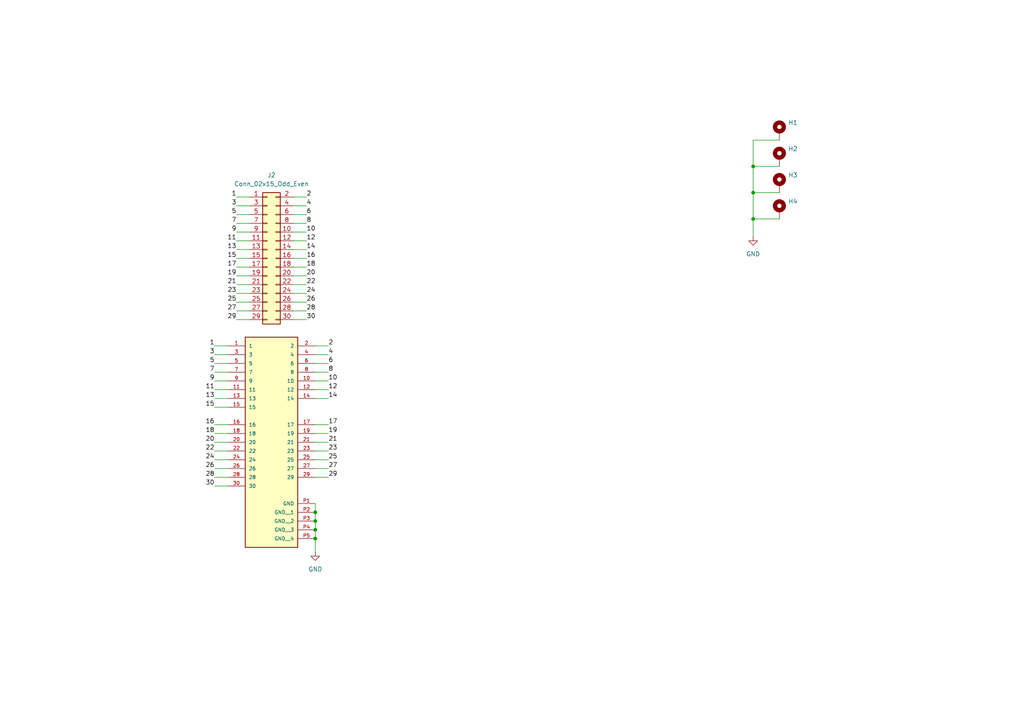
<source format=kicad_sch>
(kicad_sch (version 20230121) (generator eeschema)

  (uuid 79d8969d-db35-413a-942a-b2e023816323)

  (paper "A4")

  (lib_symbols
    (symbol "Connector_Generic:Conn_02x15_Odd_Even" (pin_names (offset 1.016) hide) (in_bom yes) (on_board yes)
      (property "Reference" "J" (at 1.27 20.32 0)
        (effects (font (size 1.27 1.27)))
      )
      (property "Value" "Conn_02x15_Odd_Even" (at 1.27 -20.32 0)
        (effects (font (size 1.27 1.27)))
      )
      (property "Footprint" "" (at 0 0 0)
        (effects (font (size 1.27 1.27)) hide)
      )
      (property "Datasheet" "~" (at 0 0 0)
        (effects (font (size 1.27 1.27)) hide)
      )
      (property "ki_keywords" "connector" (at 0 0 0)
        (effects (font (size 1.27 1.27)) hide)
      )
      (property "ki_description" "Generic connector, double row, 02x15, odd/even pin numbering scheme (row 1 odd numbers, row 2 even numbers), script generated (kicad-library-utils/schlib/autogen/connector/)" (at 0 0 0)
        (effects (font (size 1.27 1.27)) hide)
      )
      (property "ki_fp_filters" "Connector*:*_2x??_*" (at 0 0 0)
        (effects (font (size 1.27 1.27)) hide)
      )
      (symbol "Conn_02x15_Odd_Even_1_1"
        (rectangle (start -1.27 -17.653) (end 0 -17.907)
          (stroke (width 0.1524) (type default))
          (fill (type none))
        )
        (rectangle (start -1.27 -15.113) (end 0 -15.367)
          (stroke (width 0.1524) (type default))
          (fill (type none))
        )
        (rectangle (start -1.27 -12.573) (end 0 -12.827)
          (stroke (width 0.1524) (type default))
          (fill (type none))
        )
        (rectangle (start -1.27 -10.033) (end 0 -10.287)
          (stroke (width 0.1524) (type default))
          (fill (type none))
        )
        (rectangle (start -1.27 -7.493) (end 0 -7.747)
          (stroke (width 0.1524) (type default))
          (fill (type none))
        )
        (rectangle (start -1.27 -4.953) (end 0 -5.207)
          (stroke (width 0.1524) (type default))
          (fill (type none))
        )
        (rectangle (start -1.27 -2.413) (end 0 -2.667)
          (stroke (width 0.1524) (type default))
          (fill (type none))
        )
        (rectangle (start -1.27 0.127) (end 0 -0.127)
          (stroke (width 0.1524) (type default))
          (fill (type none))
        )
        (rectangle (start -1.27 2.667) (end 0 2.413)
          (stroke (width 0.1524) (type default))
          (fill (type none))
        )
        (rectangle (start -1.27 5.207) (end 0 4.953)
          (stroke (width 0.1524) (type default))
          (fill (type none))
        )
        (rectangle (start -1.27 7.747) (end 0 7.493)
          (stroke (width 0.1524) (type default))
          (fill (type none))
        )
        (rectangle (start -1.27 10.287) (end 0 10.033)
          (stroke (width 0.1524) (type default))
          (fill (type none))
        )
        (rectangle (start -1.27 12.827) (end 0 12.573)
          (stroke (width 0.1524) (type default))
          (fill (type none))
        )
        (rectangle (start -1.27 15.367) (end 0 15.113)
          (stroke (width 0.1524) (type default))
          (fill (type none))
        )
        (rectangle (start -1.27 17.907) (end 0 17.653)
          (stroke (width 0.1524) (type default))
          (fill (type none))
        )
        (rectangle (start -1.27 19.05) (end 3.81 -19.05)
          (stroke (width 0.254) (type default))
          (fill (type background))
        )
        (rectangle (start 3.81 -17.653) (end 2.54 -17.907)
          (stroke (width 0.1524) (type default))
          (fill (type none))
        )
        (rectangle (start 3.81 -15.113) (end 2.54 -15.367)
          (stroke (width 0.1524) (type default))
          (fill (type none))
        )
        (rectangle (start 3.81 -12.573) (end 2.54 -12.827)
          (stroke (width 0.1524) (type default))
          (fill (type none))
        )
        (rectangle (start 3.81 -10.033) (end 2.54 -10.287)
          (stroke (width 0.1524) (type default))
          (fill (type none))
        )
        (rectangle (start 3.81 -7.493) (end 2.54 -7.747)
          (stroke (width 0.1524) (type default))
          (fill (type none))
        )
        (rectangle (start 3.81 -4.953) (end 2.54 -5.207)
          (stroke (width 0.1524) (type default))
          (fill (type none))
        )
        (rectangle (start 3.81 -2.413) (end 2.54 -2.667)
          (stroke (width 0.1524) (type default))
          (fill (type none))
        )
        (rectangle (start 3.81 0.127) (end 2.54 -0.127)
          (stroke (width 0.1524) (type default))
          (fill (type none))
        )
        (rectangle (start 3.81 2.667) (end 2.54 2.413)
          (stroke (width 0.1524) (type default))
          (fill (type none))
        )
        (rectangle (start 3.81 5.207) (end 2.54 4.953)
          (stroke (width 0.1524) (type default))
          (fill (type none))
        )
        (rectangle (start 3.81 7.747) (end 2.54 7.493)
          (stroke (width 0.1524) (type default))
          (fill (type none))
        )
        (rectangle (start 3.81 10.287) (end 2.54 10.033)
          (stroke (width 0.1524) (type default))
          (fill (type none))
        )
        (rectangle (start 3.81 12.827) (end 2.54 12.573)
          (stroke (width 0.1524) (type default))
          (fill (type none))
        )
        (rectangle (start 3.81 15.367) (end 2.54 15.113)
          (stroke (width 0.1524) (type default))
          (fill (type none))
        )
        (rectangle (start 3.81 17.907) (end 2.54 17.653)
          (stroke (width 0.1524) (type default))
          (fill (type none))
        )
        (pin passive line (at -5.08 17.78 0) (length 3.81)
          (name "Pin_1" (effects (font (size 1.27 1.27))))
          (number "1" (effects (font (size 1.27 1.27))))
        )
        (pin passive line (at 7.62 7.62 180) (length 3.81)
          (name "Pin_10" (effects (font (size 1.27 1.27))))
          (number "10" (effects (font (size 1.27 1.27))))
        )
        (pin passive line (at -5.08 5.08 0) (length 3.81)
          (name "Pin_11" (effects (font (size 1.27 1.27))))
          (number "11" (effects (font (size 1.27 1.27))))
        )
        (pin passive line (at 7.62 5.08 180) (length 3.81)
          (name "Pin_12" (effects (font (size 1.27 1.27))))
          (number "12" (effects (font (size 1.27 1.27))))
        )
        (pin passive line (at -5.08 2.54 0) (length 3.81)
          (name "Pin_13" (effects (font (size 1.27 1.27))))
          (number "13" (effects (font (size 1.27 1.27))))
        )
        (pin passive line (at 7.62 2.54 180) (length 3.81)
          (name "Pin_14" (effects (font (size 1.27 1.27))))
          (number "14" (effects (font (size 1.27 1.27))))
        )
        (pin passive line (at -5.08 0 0) (length 3.81)
          (name "Pin_15" (effects (font (size 1.27 1.27))))
          (number "15" (effects (font (size 1.27 1.27))))
        )
        (pin passive line (at 7.62 0 180) (length 3.81)
          (name "Pin_16" (effects (font (size 1.27 1.27))))
          (number "16" (effects (font (size 1.27 1.27))))
        )
        (pin passive line (at -5.08 -2.54 0) (length 3.81)
          (name "Pin_17" (effects (font (size 1.27 1.27))))
          (number "17" (effects (font (size 1.27 1.27))))
        )
        (pin passive line (at 7.62 -2.54 180) (length 3.81)
          (name "Pin_18" (effects (font (size 1.27 1.27))))
          (number "18" (effects (font (size 1.27 1.27))))
        )
        (pin passive line (at -5.08 -5.08 0) (length 3.81)
          (name "Pin_19" (effects (font (size 1.27 1.27))))
          (number "19" (effects (font (size 1.27 1.27))))
        )
        (pin passive line (at 7.62 17.78 180) (length 3.81)
          (name "Pin_2" (effects (font (size 1.27 1.27))))
          (number "2" (effects (font (size 1.27 1.27))))
        )
        (pin passive line (at 7.62 -5.08 180) (length 3.81)
          (name "Pin_20" (effects (font (size 1.27 1.27))))
          (number "20" (effects (font (size 1.27 1.27))))
        )
        (pin passive line (at -5.08 -7.62 0) (length 3.81)
          (name "Pin_21" (effects (font (size 1.27 1.27))))
          (number "21" (effects (font (size 1.27 1.27))))
        )
        (pin passive line (at 7.62 -7.62 180) (length 3.81)
          (name "Pin_22" (effects (font (size 1.27 1.27))))
          (number "22" (effects (font (size 1.27 1.27))))
        )
        (pin passive line (at -5.08 -10.16 0) (length 3.81)
          (name "Pin_23" (effects (font (size 1.27 1.27))))
          (number "23" (effects (font (size 1.27 1.27))))
        )
        (pin passive line (at 7.62 -10.16 180) (length 3.81)
          (name "Pin_24" (effects (font (size 1.27 1.27))))
          (number "24" (effects (font (size 1.27 1.27))))
        )
        (pin passive line (at -5.08 -12.7 0) (length 3.81)
          (name "Pin_25" (effects (font (size 1.27 1.27))))
          (number "25" (effects (font (size 1.27 1.27))))
        )
        (pin passive line (at 7.62 -12.7 180) (length 3.81)
          (name "Pin_26" (effects (font (size 1.27 1.27))))
          (number "26" (effects (font (size 1.27 1.27))))
        )
        (pin passive line (at -5.08 -15.24 0) (length 3.81)
          (name "Pin_27" (effects (font (size 1.27 1.27))))
          (number "27" (effects (font (size 1.27 1.27))))
        )
        (pin passive line (at 7.62 -15.24 180) (length 3.81)
          (name "Pin_28" (effects (font (size 1.27 1.27))))
          (number "28" (effects (font (size 1.27 1.27))))
        )
        (pin passive line (at -5.08 -17.78 0) (length 3.81)
          (name "Pin_29" (effects (font (size 1.27 1.27))))
          (number "29" (effects (font (size 1.27 1.27))))
        )
        (pin passive line (at -5.08 15.24 0) (length 3.81)
          (name "Pin_3" (effects (font (size 1.27 1.27))))
          (number "3" (effects (font (size 1.27 1.27))))
        )
        (pin passive line (at 7.62 -17.78 180) (length 3.81)
          (name "Pin_30" (effects (font (size 1.27 1.27))))
          (number "30" (effects (font (size 1.27 1.27))))
        )
        (pin passive line (at 7.62 15.24 180) (length 3.81)
          (name "Pin_4" (effects (font (size 1.27 1.27))))
          (number "4" (effects (font (size 1.27 1.27))))
        )
        (pin passive line (at -5.08 12.7 0) (length 3.81)
          (name "Pin_5" (effects (font (size 1.27 1.27))))
          (number "5" (effects (font (size 1.27 1.27))))
        )
        (pin passive line (at 7.62 12.7 180) (length 3.81)
          (name "Pin_6" (effects (font (size 1.27 1.27))))
          (number "6" (effects (font (size 1.27 1.27))))
        )
        (pin passive line (at -5.08 10.16 0) (length 3.81)
          (name "Pin_7" (effects (font (size 1.27 1.27))))
          (number "7" (effects (font (size 1.27 1.27))))
        )
        (pin passive line (at 7.62 10.16 180) (length 3.81)
          (name "Pin_8" (effects (font (size 1.27 1.27))))
          (number "8" (effects (font (size 1.27 1.27))))
        )
        (pin passive line (at -5.08 7.62 0) (length 3.81)
          (name "Pin_9" (effects (font (size 1.27 1.27))))
          (number "9" (effects (font (size 1.27 1.27))))
        )
      )
    )
    (symbol "DF56C-30S-0.3V_51_:DF56C-30S-0.3V_51_" (pin_names (offset 1.016)) (in_bom yes) (on_board yes)
      (property "Reference" "J" (at -7.62 25.4 0)
        (effects (font (size 1.27 1.27)) (justify left bottom))
      )
      (property "Value" "DF56C-30S-0.3V_51_" (at -7.62 -38.1 0)
        (effects (font (size 1.27 1.27)) (justify left bottom))
      )
      (property "Footprint" "DF56C-30S-0.3V_51_:HRS_DF56C-30S-0.3V_51_" (at 0 0 0)
        (effects (font (size 1.27 1.27)) (justify bottom) hide)
      )
      (property "Datasheet" "" (at 0 0 0)
        (effects (font (size 1.27 1.27)) hide)
      )
      (property "PARTREV" "JAN 2019" (at 0 0 0)
        (effects (font (size 1.27 1.27)) (justify bottom) hide)
      )
      (property "MANUFACTURER" "HRS Inc" (at 0 0 0)
        (effects (font (size 1.27 1.27)) (justify bottom) hide)
      )
      (property "STANDARD" "Manufacturer Recommendations" (at 0 0 0)
        (effects (font (size 1.27 1.27)) (justify bottom) hide)
      )
      (symbol "DF56C-30S-0.3V_51__0_0"
        (rectangle (start -7.62 -35.56) (end 7.62 25.4)
          (stroke (width 0.254) (type default))
          (fill (type background))
        )
        (pin passive line (at -12.7 22.86 0) (length 5.08)
          (name "1" (effects (font (size 1.016 1.016))))
          (number "1" (effects (font (size 1.016 1.016))))
        )
        (pin passive line (at 12.7 12.7 180) (length 5.08)
          (name "10" (effects (font (size 1.016 1.016))))
          (number "10" (effects (font (size 1.016 1.016))))
        )
        (pin passive line (at -12.7 10.16 0) (length 5.08)
          (name "11" (effects (font (size 1.016 1.016))))
          (number "11" (effects (font (size 1.016 1.016))))
        )
        (pin passive line (at 12.7 10.16 180) (length 5.08)
          (name "12" (effects (font (size 1.016 1.016))))
          (number "12" (effects (font (size 1.016 1.016))))
        )
        (pin passive line (at -12.7 7.62 0) (length 5.08)
          (name "13" (effects (font (size 1.016 1.016))))
          (number "13" (effects (font (size 1.016 1.016))))
        )
        (pin passive line (at 12.7 7.62 180) (length 5.08)
          (name "14" (effects (font (size 1.016 1.016))))
          (number "14" (effects (font (size 1.016 1.016))))
        )
        (pin passive line (at -12.7 5.08 0) (length 5.08)
          (name "15" (effects (font (size 1.016 1.016))))
          (number "15" (effects (font (size 1.016 1.016))))
        )
        (pin passive line (at -12.7 0 0) (length 5.08)
          (name "16" (effects (font (size 1.016 1.016))))
          (number "16" (effects (font (size 1.016 1.016))))
        )
        (pin passive line (at 12.7 0 180) (length 5.08)
          (name "17" (effects (font (size 1.016 1.016))))
          (number "17" (effects (font (size 1.016 1.016))))
        )
        (pin passive line (at -12.7 -2.54 0) (length 5.08)
          (name "18" (effects (font (size 1.016 1.016))))
          (number "18" (effects (font (size 1.016 1.016))))
        )
        (pin passive line (at 12.7 -2.54 180) (length 5.08)
          (name "19" (effects (font (size 1.016 1.016))))
          (number "19" (effects (font (size 1.016 1.016))))
        )
        (pin passive line (at 12.7 22.86 180) (length 5.08)
          (name "2" (effects (font (size 1.016 1.016))))
          (number "2" (effects (font (size 1.016 1.016))))
        )
        (pin passive line (at -12.7 -5.08 0) (length 5.08)
          (name "20" (effects (font (size 1.016 1.016))))
          (number "20" (effects (font (size 1.016 1.016))))
        )
        (pin passive line (at 12.7 -5.08 180) (length 5.08)
          (name "21" (effects (font (size 1.016 1.016))))
          (number "21" (effects (font (size 1.016 1.016))))
        )
        (pin passive line (at -12.7 -7.62 0) (length 5.08)
          (name "22" (effects (font (size 1.016 1.016))))
          (number "22" (effects (font (size 1.016 1.016))))
        )
        (pin passive line (at 12.7 -7.62 180) (length 5.08)
          (name "23" (effects (font (size 1.016 1.016))))
          (number "23" (effects (font (size 1.016 1.016))))
        )
        (pin passive line (at -12.7 -10.16 0) (length 5.08)
          (name "24" (effects (font (size 1.016 1.016))))
          (number "24" (effects (font (size 1.016 1.016))))
        )
        (pin passive line (at 12.7 -10.16 180) (length 5.08)
          (name "25" (effects (font (size 1.016 1.016))))
          (number "25" (effects (font (size 1.016 1.016))))
        )
        (pin passive line (at -12.7 -12.7 0) (length 5.08)
          (name "26" (effects (font (size 1.016 1.016))))
          (number "26" (effects (font (size 1.016 1.016))))
        )
        (pin passive line (at 12.7 -12.7 180) (length 5.08)
          (name "27" (effects (font (size 1.016 1.016))))
          (number "27" (effects (font (size 1.016 1.016))))
        )
        (pin passive line (at -12.7 -15.24 0) (length 5.08)
          (name "28" (effects (font (size 1.016 1.016))))
          (number "28" (effects (font (size 1.016 1.016))))
        )
        (pin passive line (at 12.7 -15.24 180) (length 5.08)
          (name "29" (effects (font (size 1.016 1.016))))
          (number "29" (effects (font (size 1.016 1.016))))
        )
        (pin passive line (at -12.7 20.32 0) (length 5.08)
          (name "3" (effects (font (size 1.016 1.016))))
          (number "3" (effects (font (size 1.016 1.016))))
        )
        (pin passive line (at -12.7 -17.78 0) (length 5.08)
          (name "30" (effects (font (size 1.016 1.016))))
          (number "30" (effects (font (size 1.016 1.016))))
        )
        (pin passive line (at 12.7 20.32 180) (length 5.08)
          (name "4" (effects (font (size 1.016 1.016))))
          (number "4" (effects (font (size 1.016 1.016))))
        )
        (pin passive line (at -12.7 17.78 0) (length 5.08)
          (name "5" (effects (font (size 1.016 1.016))))
          (number "5" (effects (font (size 1.016 1.016))))
        )
        (pin passive line (at 12.7 17.78 180) (length 5.08)
          (name "6" (effects (font (size 1.016 1.016))))
          (number "6" (effects (font (size 1.016 1.016))))
        )
        (pin passive line (at -12.7 15.24 0) (length 5.08)
          (name "7" (effects (font (size 1.016 1.016))))
          (number "7" (effects (font (size 1.016 1.016))))
        )
        (pin passive line (at 12.7 15.24 180) (length 5.08)
          (name "8" (effects (font (size 1.016 1.016))))
          (number "8" (effects (font (size 1.016 1.016))))
        )
        (pin passive line (at -12.7 12.7 0) (length 5.08)
          (name "9" (effects (font (size 1.016 1.016))))
          (number "9" (effects (font (size 1.016 1.016))))
        )
        (pin power_in line (at 12.7 -22.86 180) (length 5.08)
          (name "GND" (effects (font (size 1.016 1.016))))
          (number "P1" (effects (font (size 1.016 1.016))))
        )
        (pin power_in line (at 12.7 -25.4 180) (length 5.08)
          (name "GND__1" (effects (font (size 1.016 1.016))))
          (number "P2" (effects (font (size 1.016 1.016))))
        )
        (pin power_in line (at 12.7 -27.94 180) (length 5.08)
          (name "GND__2" (effects (font (size 1.016 1.016))))
          (number "P3" (effects (font (size 1.016 1.016))))
        )
        (pin power_in line (at 12.7 -30.48 180) (length 5.08)
          (name "GND__3" (effects (font (size 1.016 1.016))))
          (number "P4" (effects (font (size 1.016 1.016))))
        )
        (pin power_in line (at 12.7 -33.02 180) (length 5.08)
          (name "GND__4" (effects (font (size 1.016 1.016))))
          (number "P5" (effects (font (size 1.016 1.016))))
        )
      )
    )
    (symbol "Mechanical:MountingHole_Pad" (pin_numbers hide) (pin_names (offset 1.016) hide) (in_bom yes) (on_board yes)
      (property "Reference" "H" (at 0 6.35 0)
        (effects (font (size 1.27 1.27)))
      )
      (property "Value" "MountingHole_Pad" (at 0 4.445 0)
        (effects (font (size 1.27 1.27)))
      )
      (property "Footprint" "" (at 0 0 0)
        (effects (font (size 1.27 1.27)) hide)
      )
      (property "Datasheet" "~" (at 0 0 0)
        (effects (font (size 1.27 1.27)) hide)
      )
      (property "ki_keywords" "mounting hole" (at 0 0 0)
        (effects (font (size 1.27 1.27)) hide)
      )
      (property "ki_description" "Mounting Hole with connection" (at 0 0 0)
        (effects (font (size 1.27 1.27)) hide)
      )
      (property "ki_fp_filters" "MountingHole*Pad*" (at 0 0 0)
        (effects (font (size 1.27 1.27)) hide)
      )
      (symbol "MountingHole_Pad_0_1"
        (circle (center 0 1.27) (radius 1.27)
          (stroke (width 1.27) (type default))
          (fill (type none))
        )
      )
      (symbol "MountingHole_Pad_1_1"
        (pin input line (at 0 -2.54 90) (length 2.54)
          (name "1" (effects (font (size 1.27 1.27))))
          (number "1" (effects (font (size 1.27 1.27))))
        )
      )
    )
    (symbol "power:GND" (power) (pin_names (offset 0)) (in_bom yes) (on_board yes)
      (property "Reference" "#PWR" (at 0 -6.35 0)
        (effects (font (size 1.27 1.27)) hide)
      )
      (property "Value" "GND" (at 0 -3.81 0)
        (effects (font (size 1.27 1.27)))
      )
      (property "Footprint" "" (at 0 0 0)
        (effects (font (size 1.27 1.27)) hide)
      )
      (property "Datasheet" "" (at 0 0 0)
        (effects (font (size 1.27 1.27)) hide)
      )
      (property "ki_keywords" "global power" (at 0 0 0)
        (effects (font (size 1.27 1.27)) hide)
      )
      (property "ki_description" "Power symbol creates a global label with name \"GND\" , ground" (at 0 0 0)
        (effects (font (size 1.27 1.27)) hide)
      )
      (symbol "GND_0_1"
        (polyline
          (pts
            (xy 0 0)
            (xy 0 -1.27)
            (xy 1.27 -1.27)
            (xy 0 -2.54)
            (xy -1.27 -1.27)
            (xy 0 -1.27)
          )
          (stroke (width 0) (type default))
          (fill (type none))
        )
      )
      (symbol "GND_1_1"
        (pin power_in line (at 0 0 270) (length 0) hide
          (name "GND" (effects (font (size 1.27 1.27))))
          (number "1" (effects (font (size 1.27 1.27))))
        )
      )
    )
  )

  (junction (at 91.44 148.59) (diameter 0) (color 0 0 0 0)
    (uuid 0adee8b5-a67d-4349-b124-7c7dd907f316)
  )
  (junction (at 218.44 63.5) (diameter 0) (color 0 0 0 0)
    (uuid 0ee737b9-9d8a-494f-9989-79e4595c71aa)
  )
  (junction (at 218.44 48.26) (diameter 0) (color 0 0 0 0)
    (uuid 3bd8b67b-9289-4b78-8c82-6b46f07db40d)
  )
  (junction (at 91.44 151.13) (diameter 0) (color 0 0 0 0)
    (uuid 48f773e7-aac7-4745-8054-aa5de51025fb)
  )
  (junction (at 91.44 156.21) (diameter 0) (color 0 0 0 0)
    (uuid 77f75065-0662-41f7-bd4f-82913341d0ce)
  )
  (junction (at 218.44 55.88) (diameter 0) (color 0 0 0 0)
    (uuid b6d289bb-96c6-4913-8229-aa0de51a2a62)
  )
  (junction (at 91.44 153.67) (diameter 0) (color 0 0 0 0)
    (uuid c3e8b3fb-f39b-4cc3-a6ac-6af87527fdd6)
  )

  (wire (pts (xy 68.58 85.09) (xy 72.39 85.09))
    (stroke (width 0) (type default))
    (uuid 006e35d1-74bf-4786-a313-9af06762bb98)
  )
  (wire (pts (xy 85.09 72.39) (xy 88.9 72.39))
    (stroke (width 0) (type default))
    (uuid 075fd87c-5fb9-4668-b366-01d16b39a6f1)
  )
  (wire (pts (xy 91.44 160.02) (xy 91.44 156.21))
    (stroke (width 0) (type default))
    (uuid 089ae74b-4a81-45a9-968c-bb2fe6c44634)
  )
  (wire (pts (xy 85.09 77.47) (xy 88.9 77.47))
    (stroke (width 0) (type default))
    (uuid 0ae24602-5b07-4a1a-85fa-1e8ae17e8132)
  )
  (wire (pts (xy 91.44 146.05) (xy 91.44 148.59))
    (stroke (width 0) (type default))
    (uuid 10bfd297-c3fb-45d6-ba15-4764ac67893f)
  )
  (wire (pts (xy 91.44 148.59) (xy 91.44 151.13))
    (stroke (width 0) (type default))
    (uuid 13f31c35-2164-4505-96eb-1240effe4604)
  )
  (wire (pts (xy 226.06 63.5) (xy 218.44 63.5))
    (stroke (width 0) (type default))
    (uuid 157bb2b7-801b-40e4-9436-19b9f7d74ecf)
  )
  (wire (pts (xy 68.58 72.39) (xy 72.39 72.39))
    (stroke (width 0) (type default))
    (uuid 1746ce41-9c8f-42fa-8a4f-4a7ccda0eb03)
  )
  (wire (pts (xy 85.09 59.69) (xy 88.9 59.69))
    (stroke (width 0) (type default))
    (uuid 17629df6-7dd8-4c06-9766-66a754d4fc31)
  )
  (wire (pts (xy 91.44 115.57) (xy 95.25 115.57))
    (stroke (width 0) (type default))
    (uuid 1bc4d968-e4c8-401c-bca5-5f65c4b0fec4)
  )
  (wire (pts (xy 95.25 133.35) (xy 91.44 133.35))
    (stroke (width 0) (type default))
    (uuid 1c5b0b23-f481-4018-96a4-580aa686891a)
  )
  (wire (pts (xy 95.25 138.43) (xy 91.44 138.43))
    (stroke (width 0) (type default))
    (uuid 228d36bb-3cce-40e9-9efe-a16818dd4fd7)
  )
  (wire (pts (xy 85.09 67.31) (xy 88.9 67.31))
    (stroke (width 0) (type default))
    (uuid 251cc91d-02bd-483c-861b-a033ff671970)
  )
  (wire (pts (xy 95.25 123.19) (xy 91.44 123.19))
    (stroke (width 0) (type default))
    (uuid 29dc1e8a-ec9d-44a0-b42b-577018c1fd04)
  )
  (wire (pts (xy 85.09 85.09) (xy 88.9 85.09))
    (stroke (width 0) (type default))
    (uuid 35339429-2028-474d-a730-21f322bd2e4d)
  )
  (wire (pts (xy 62.23 102.87) (xy 66.04 102.87))
    (stroke (width 0) (type default))
    (uuid 3b3e47bb-8252-4f14-ab78-b977b1d4349d)
  )
  (wire (pts (xy 66.04 128.27) (xy 62.23 128.27))
    (stroke (width 0) (type default))
    (uuid 4b72b4e7-ec8e-4636-b61a-974d4a75ca37)
  )
  (wire (pts (xy 68.58 77.47) (xy 72.39 77.47))
    (stroke (width 0) (type default))
    (uuid 4e73e8fc-ee88-48df-ae1f-a45929f342b0)
  )
  (wire (pts (xy 68.58 62.23) (xy 72.39 62.23))
    (stroke (width 0) (type default))
    (uuid 5135f5a7-9d96-4078-b03a-7ff15073b9c6)
  )
  (wire (pts (xy 85.09 82.55) (xy 88.9 82.55))
    (stroke (width 0) (type default))
    (uuid 547cc478-68f5-49c4-b8c4-effaa6950783)
  )
  (wire (pts (xy 68.58 92.71) (xy 72.39 92.71))
    (stroke (width 0) (type default))
    (uuid 55bdc74d-3556-4487-ad8e-41c29b029f0e)
  )
  (wire (pts (xy 66.04 133.35) (xy 62.23 133.35))
    (stroke (width 0) (type default))
    (uuid 57999e7a-6986-4cf7-a048-d176e29dd0fa)
  )
  (wire (pts (xy 95.25 135.89) (xy 91.44 135.89))
    (stroke (width 0) (type default))
    (uuid 57e5ecb0-3e9b-4360-9374-d8ef214b5169)
  )
  (wire (pts (xy 68.58 67.31) (xy 72.39 67.31))
    (stroke (width 0) (type default))
    (uuid 62a75a37-3725-4cf2-97c3-3c3ef4ce6896)
  )
  (wire (pts (xy 95.25 130.81) (xy 91.44 130.81))
    (stroke (width 0) (type default))
    (uuid 62f8a0d1-eb0d-4e51-ab50-e9b26e487ca1)
  )
  (wire (pts (xy 68.58 74.93) (xy 72.39 74.93))
    (stroke (width 0) (type default))
    (uuid 6b187cae-0ea9-4aa9-8a02-63135e5a7edc)
  )
  (wire (pts (xy 68.58 80.01) (xy 72.39 80.01))
    (stroke (width 0) (type default))
    (uuid 6cfc3cde-6b80-40e9-a837-2898d4df3a07)
  )
  (wire (pts (xy 66.04 125.73) (xy 62.23 125.73))
    (stroke (width 0) (type default))
    (uuid 70b7492d-367a-499f-969e-cb4d97393add)
  )
  (wire (pts (xy 85.09 87.63) (xy 88.9 87.63))
    (stroke (width 0) (type default))
    (uuid 7969d8e3-7da5-4648-86f9-2e4424e0b6d8)
  )
  (wire (pts (xy 226.06 40.64) (xy 218.44 40.64))
    (stroke (width 0) (type default))
    (uuid 7a14b905-b601-4fb4-8e0f-3f7f2cedd609)
  )
  (wire (pts (xy 85.09 69.85) (xy 88.9 69.85))
    (stroke (width 0) (type default))
    (uuid 7dd944bc-9ba8-4fd5-b175-215e61d260d2)
  )
  (wire (pts (xy 91.44 113.03) (xy 95.25 113.03))
    (stroke (width 0) (type default))
    (uuid 83437236-4c92-4e99-8e77-cd622a56e5b2)
  )
  (wire (pts (xy 62.23 118.11) (xy 66.04 118.11))
    (stroke (width 0) (type default))
    (uuid 8c6bfcf8-103b-44a6-9e09-0e277d68e425)
  )
  (wire (pts (xy 62.23 115.57) (xy 66.04 115.57))
    (stroke (width 0) (type default))
    (uuid 8fa64899-10b3-4c68-9c62-8ddb71467357)
  )
  (wire (pts (xy 68.58 57.15) (xy 72.39 57.15))
    (stroke (width 0) (type default))
    (uuid 903d6a0e-1e15-4ebf-ae13-961fa62de599)
  )
  (wire (pts (xy 91.44 105.41) (xy 95.25 105.41))
    (stroke (width 0) (type default))
    (uuid 9150099c-73bf-44ff-8de7-d79dfce00e87)
  )
  (wire (pts (xy 91.44 102.87) (xy 95.25 102.87))
    (stroke (width 0) (type default))
    (uuid 917a45ae-0779-4ab1-8ad3-6f3c95c58e5c)
  )
  (wire (pts (xy 68.58 82.55) (xy 72.39 82.55))
    (stroke (width 0) (type default))
    (uuid 96d671a2-be20-405e-a4a2-fd2f3ee44efb)
  )
  (wire (pts (xy 62.23 107.95) (xy 66.04 107.95))
    (stroke (width 0) (type default))
    (uuid 99009bb2-a795-4761-ac7f-ebdfe5cb5378)
  )
  (wire (pts (xy 68.58 59.69) (xy 72.39 59.69))
    (stroke (width 0) (type default))
    (uuid 9d663527-9ff7-4f62-9642-22ddd53d3148)
  )
  (wire (pts (xy 85.09 90.17) (xy 88.9 90.17))
    (stroke (width 0) (type default))
    (uuid a0e483a8-4a74-4002-8309-7e65dfb2df1a)
  )
  (wire (pts (xy 85.09 74.93) (xy 88.9 74.93))
    (stroke (width 0) (type default))
    (uuid a7409fa4-19d1-4a86-924b-24c6ef9ce004)
  )
  (wire (pts (xy 62.23 100.33) (xy 66.04 100.33))
    (stroke (width 0) (type default))
    (uuid a844caf8-2384-442e-be22-a98e8e1bd25b)
  )
  (wire (pts (xy 62.23 105.41) (xy 66.04 105.41))
    (stroke (width 0) (type default))
    (uuid ac0075f9-3889-425a-ad53-0ce63a31408c)
  )
  (wire (pts (xy 218.44 55.88) (xy 218.44 48.26))
    (stroke (width 0) (type default))
    (uuid acb60860-fc19-4091-99c9-8f2f4e4baf03)
  )
  (wire (pts (xy 218.44 48.26) (xy 226.06 48.26))
    (stroke (width 0) (type default))
    (uuid b077a65c-a9c4-42a1-aa8f-888d0325e8bc)
  )
  (wire (pts (xy 85.09 64.77) (xy 88.9 64.77))
    (stroke (width 0) (type default))
    (uuid b13f08b8-426e-44c8-9675-5bd576aaa3a7)
  )
  (wire (pts (xy 91.44 110.49) (xy 95.25 110.49))
    (stroke (width 0) (type default))
    (uuid b5a62a1c-368f-4b86-a8de-db3f1986a73b)
  )
  (wire (pts (xy 66.04 135.89) (xy 62.23 135.89))
    (stroke (width 0) (type default))
    (uuid ba47955a-dcc9-4ef8-81ca-b54b5cf2f0d0)
  )
  (wire (pts (xy 66.04 138.43) (xy 62.23 138.43))
    (stroke (width 0) (type default))
    (uuid bc1ee6a2-190b-4fac-9b34-4cd1e6312b3c)
  )
  (wire (pts (xy 95.25 128.27) (xy 91.44 128.27))
    (stroke (width 0) (type default))
    (uuid c388ce49-4cf4-4987-8536-f4f1fab7e579)
  )
  (wire (pts (xy 68.58 90.17) (xy 72.39 90.17))
    (stroke (width 0) (type default))
    (uuid c60754e5-e93d-46b0-bf41-b117ae2f9e96)
  )
  (wire (pts (xy 218.44 63.5) (xy 218.44 55.88))
    (stroke (width 0) (type default))
    (uuid c69c83f1-933f-42d3-ba21-e419c042f043)
  )
  (wire (pts (xy 85.09 92.71) (xy 88.9 92.71))
    (stroke (width 0) (type default))
    (uuid c72ee30b-5c10-4a5f-97c1-113ff60108ed)
  )
  (wire (pts (xy 62.23 110.49) (xy 66.04 110.49))
    (stroke (width 0) (type default))
    (uuid cc0dbc33-d19b-447b-8c7c-572c2a3e498c)
  )
  (wire (pts (xy 68.58 87.63) (xy 72.39 87.63))
    (stroke (width 0) (type default))
    (uuid ccc152e7-eb4c-469f-a15a-9159f99b9d06)
  )
  (wire (pts (xy 68.58 69.85) (xy 72.39 69.85))
    (stroke (width 0) (type default))
    (uuid cded901e-497a-410d-924a-a91efec518cc)
  )
  (wire (pts (xy 91.44 107.95) (xy 95.25 107.95))
    (stroke (width 0) (type default))
    (uuid d33c793c-5e94-49b1-83f4-e50701ada00e)
  )
  (wire (pts (xy 85.09 62.23) (xy 88.9 62.23))
    (stroke (width 0) (type default))
    (uuid d33f7cf0-d812-4970-a340-c5025464f318)
  )
  (wire (pts (xy 91.44 151.13) (xy 91.44 153.67))
    (stroke (width 0) (type default))
    (uuid d58bae1a-8d93-4c7e-8b02-86d4081d5deb)
  )
  (wire (pts (xy 95.25 125.73) (xy 91.44 125.73))
    (stroke (width 0) (type default))
    (uuid d73be49e-1963-4261-aff1-86e1c4e32cfb)
  )
  (wire (pts (xy 68.58 64.77) (xy 72.39 64.77))
    (stroke (width 0) (type default))
    (uuid d9b9b25d-6772-40cc-a999-880b35c355a7)
  )
  (wire (pts (xy 66.04 130.81) (xy 62.23 130.81))
    (stroke (width 0) (type default))
    (uuid dc0be09e-0d3a-44cb-9dad-398098e57be4)
  )
  (wire (pts (xy 85.09 57.15) (xy 88.9 57.15))
    (stroke (width 0) (type default))
    (uuid e459161a-d09f-4fdc-a9d1-5c6b3589fb81)
  )
  (wire (pts (xy 226.06 55.88) (xy 218.44 55.88))
    (stroke (width 0) (type default))
    (uuid e4ed9b3e-79a1-4ed9-90a1-3d7bc0bbfd0c)
  )
  (wire (pts (xy 218.44 40.64) (xy 218.44 48.26))
    (stroke (width 0) (type default))
    (uuid e5f8dc20-00a3-410c-a95d-8cf004f92a81)
  )
  (wire (pts (xy 91.44 100.33) (xy 95.25 100.33))
    (stroke (width 0) (type default))
    (uuid ea32ffbb-9e2a-4693-91c7-5d720a1d2fd1)
  )
  (wire (pts (xy 85.09 80.01) (xy 88.9 80.01))
    (stroke (width 0) (type default))
    (uuid eb362a98-9198-4d28-8114-a28f66e939d5)
  )
  (wire (pts (xy 66.04 140.97) (xy 62.23 140.97))
    (stroke (width 0) (type default))
    (uuid ec9ce5ad-26df-4d25-afc9-0b998526d4b8)
  )
  (wire (pts (xy 91.44 153.67) (xy 91.44 156.21))
    (stroke (width 0) (type default))
    (uuid ed778ff4-0af9-4ef7-8c27-c81d8422c9e9)
  )
  (wire (pts (xy 66.04 123.19) (xy 62.23 123.19))
    (stroke (width 0) (type default))
    (uuid fa797170-015e-4b17-a9b1-410d26a175a6)
  )
  (wire (pts (xy 218.44 68.58) (xy 218.44 63.5))
    (stroke (width 0) (type default))
    (uuid fcc3640a-249d-4030-badf-f8dc808af829)
  )
  (wire (pts (xy 62.23 113.03) (xy 66.04 113.03))
    (stroke (width 0) (type default))
    (uuid ffe93f40-a50f-43b1-a3ea-f412a629414b)
  )

  (label "17" (at 68.58 77.47 180) (fields_autoplaced)
    (effects (font (size 1.27 1.27)) (justify right bottom))
    (uuid 00cb9870-060c-4003-b6b8-6bd524c34352)
  )
  (label "5" (at 62.23 105.41 180) (fields_autoplaced)
    (effects (font (size 1.27 1.27)) (justify right bottom))
    (uuid 09d8566c-346f-472d-a45a-def47d6d415b)
  )
  (label "16" (at 62.23 123.19 180) (fields_autoplaced)
    (effects (font (size 1.27 1.27)) (justify right bottom))
    (uuid 0ff8e307-f3aa-4e48-9ed4-74df4292b6b0)
  )
  (label "1" (at 62.23 100.33 180) (fields_autoplaced)
    (effects (font (size 1.27 1.27)) (justify right bottom))
    (uuid 1023d096-b95d-4615-9f27-86fc1874232d)
  )
  (label "29" (at 68.58 92.71 180) (fields_autoplaced)
    (effects (font (size 1.27 1.27)) (justify right bottom))
    (uuid 145a9bf3-95c2-42af-abcf-ea2691870d0c)
  )
  (label "10" (at 95.25 110.49 0) (fields_autoplaced)
    (effects (font (size 1.27 1.27)) (justify left bottom))
    (uuid 1d3b5b72-139d-4aad-b5ff-e8d827ba5ec9)
  )
  (label "11" (at 68.58 69.85 180) (fields_autoplaced)
    (effects (font (size 1.27 1.27)) (justify right bottom))
    (uuid 25ef1a65-15cf-43db-8481-bbbff26910fc)
  )
  (label "22" (at 62.23 130.81 180) (fields_autoplaced)
    (effects (font (size 1.27 1.27)) (justify right bottom))
    (uuid 29b504d0-749e-4220-8058-ae04e00e856b)
  )
  (label "1" (at 68.58 57.15 180) (fields_autoplaced)
    (effects (font (size 1.27 1.27)) (justify right bottom))
    (uuid 357e8f51-acf7-47d9-90d7-6b134f7e62bc)
  )
  (label "18" (at 62.23 125.73 180) (fields_autoplaced)
    (effects (font (size 1.27 1.27)) (justify right bottom))
    (uuid 37819f18-c30f-41aa-a101-96f9b184f798)
  )
  (label "24" (at 62.23 133.35 180) (fields_autoplaced)
    (effects (font (size 1.27 1.27)) (justify right bottom))
    (uuid 383a39bd-b626-41b9-8655-ef0aab0fc2a6)
  )
  (label "20" (at 88.9 80.01 0) (fields_autoplaced)
    (effects (font (size 1.27 1.27)) (justify left bottom))
    (uuid 3a2e4c36-5813-46bf-9dc4-afcf9227dd78)
  )
  (label "14" (at 95.25 115.57 0) (fields_autoplaced)
    (effects (font (size 1.27 1.27)) (justify left bottom))
    (uuid 3e91ed14-feef-4260-9ef6-7d8965125bac)
  )
  (label "14" (at 88.9 72.39 0) (fields_autoplaced)
    (effects (font (size 1.27 1.27)) (justify left bottom))
    (uuid 43c058bd-4d79-499a-bc7a-dce90226530b)
  )
  (label "18" (at 88.9 77.47 0) (fields_autoplaced)
    (effects (font (size 1.27 1.27)) (justify left bottom))
    (uuid 44546578-a088-491a-982f-3a2e204dde5d)
  )
  (label "19" (at 95.25 125.73 0) (fields_autoplaced)
    (effects (font (size 1.27 1.27)) (justify left bottom))
    (uuid 4ae7e423-0ff5-45d8-a3df-e25287588fcb)
  )
  (label "5" (at 68.58 62.23 180) (fields_autoplaced)
    (effects (font (size 1.27 1.27)) (justify right bottom))
    (uuid 510d8ed1-db02-4b3b-afd4-8de1702e9e6e)
  )
  (label "6" (at 88.9 62.23 0) (fields_autoplaced)
    (effects (font (size 1.27 1.27)) (justify left bottom))
    (uuid 5216a4ce-673d-4dc0-b3c9-41432a537d2a)
  )
  (label "13" (at 62.23 115.57 180) (fields_autoplaced)
    (effects (font (size 1.27 1.27)) (justify right bottom))
    (uuid 5ce48b63-aa30-497e-a1cc-5686879361cb)
  )
  (label "8" (at 88.9 64.77 0) (fields_autoplaced)
    (effects (font (size 1.27 1.27)) (justify left bottom))
    (uuid 5dcb63b6-16f6-415a-b200-152a0a30abfb)
  )
  (label "26" (at 62.23 135.89 180) (fields_autoplaced)
    (effects (font (size 1.27 1.27)) (justify right bottom))
    (uuid 63ef814c-694a-446c-aa06-164efa251662)
  )
  (label "11" (at 62.23 113.03 180) (fields_autoplaced)
    (effects (font (size 1.27 1.27)) (justify right bottom))
    (uuid 69548434-ae0c-4959-a3f8-1f1155c4cae8)
  )
  (label "30" (at 62.23 140.97 180) (fields_autoplaced)
    (effects (font (size 1.27 1.27)) (justify right bottom))
    (uuid 6fadfe73-e8f5-4e4c-87d3-2f9a5ca9c20d)
  )
  (label "28" (at 62.23 138.43 180) (fields_autoplaced)
    (effects (font (size 1.27 1.27)) (justify right bottom))
    (uuid 711e1e9a-6a5b-4289-b238-a51ea257775a)
  )
  (label "9" (at 62.23 110.49 180) (fields_autoplaced)
    (effects (font (size 1.27 1.27)) (justify right bottom))
    (uuid 715e29b7-576d-4f43-a110-741da27c92d9)
  )
  (label "9" (at 68.58 67.31 180) (fields_autoplaced)
    (effects (font (size 1.27 1.27)) (justify right bottom))
    (uuid 76ccdf4e-ba78-4594-8f38-3a37eb6da8df)
  )
  (label "7" (at 68.58 64.77 180) (fields_autoplaced)
    (effects (font (size 1.27 1.27)) (justify right bottom))
    (uuid 7d5f0297-804f-4ae7-b2b8-dde6f312cf80)
  )
  (label "17" (at 95.25 123.19 0) (fields_autoplaced)
    (effects (font (size 1.27 1.27)) (justify left bottom))
    (uuid 7dd9bc5a-c03d-4a0f-8866-5d9103dac67f)
  )
  (label "16" (at 88.9 74.93 0) (fields_autoplaced)
    (effects (font (size 1.27 1.27)) (justify left bottom))
    (uuid 81c0afc0-b88a-4d3e-a3d0-66dbc8c002ec)
  )
  (label "6" (at 95.25 105.41 0) (fields_autoplaced)
    (effects (font (size 1.27 1.27)) (justify left bottom))
    (uuid 945f24c3-91f5-4d00-b210-605d725a2283)
  )
  (label "8" (at 95.25 107.95 0) (fields_autoplaced)
    (effects (font (size 1.27 1.27)) (justify left bottom))
    (uuid 96542ffe-7d03-4007-9658-5ae903089ddc)
  )
  (label "4" (at 95.25 102.87 0) (fields_autoplaced)
    (effects (font (size 1.27 1.27)) (justify left bottom))
    (uuid 96e081eb-638c-4af3-8d2f-357c082484f1)
  )
  (label "19" (at 68.58 80.01 180) (fields_autoplaced)
    (effects (font (size 1.27 1.27)) (justify right bottom))
    (uuid 9d228e4f-fa92-446f-8a3a-93148837844b)
  )
  (label "25" (at 68.58 87.63 180) (fields_autoplaced)
    (effects (font (size 1.27 1.27)) (justify right bottom))
    (uuid a54012d3-8df5-4dd7-ae3a-af0ae32ba9b6)
  )
  (label "3" (at 68.58 59.69 180) (fields_autoplaced)
    (effects (font (size 1.27 1.27)) (justify right bottom))
    (uuid b0514f1e-9653-45b0-ac7d-d2a11d876623)
  )
  (label "27" (at 68.58 90.17 180) (fields_autoplaced)
    (effects (font (size 1.27 1.27)) (justify right bottom))
    (uuid b41a2466-5512-4089-9db3-724bd6a89b1a)
  )
  (label "2" (at 95.25 100.33 0) (fields_autoplaced)
    (effects (font (size 1.27 1.27)) (justify left bottom))
    (uuid b8b6681f-7f44-410b-a095-720e5df5e0d1)
  )
  (label "22" (at 88.9 82.55 0) (fields_autoplaced)
    (effects (font (size 1.27 1.27)) (justify left bottom))
    (uuid bc9e7918-4e15-4c47-baba-97ea869d6a42)
  )
  (label "24" (at 88.9 85.09 0) (fields_autoplaced)
    (effects (font (size 1.27 1.27)) (justify left bottom))
    (uuid be547a78-bd30-4977-9981-0e0c64ed4975)
  )
  (label "21" (at 95.25 128.27 0) (fields_autoplaced)
    (effects (font (size 1.27 1.27)) (justify left bottom))
    (uuid c061e28c-513a-4bc5-adac-38705683cd13)
  )
  (label "21" (at 68.58 82.55 180) (fields_autoplaced)
    (effects (font (size 1.27 1.27)) (justify right bottom))
    (uuid c130fcbb-b031-40d3-9883-4655a82c642a)
  )
  (label "26" (at 88.9 87.63 0) (fields_autoplaced)
    (effects (font (size 1.27 1.27)) (justify left bottom))
    (uuid c3dc5cf6-c7b9-4e3e-bb79-82607a884bb0)
  )
  (label "10" (at 88.9 67.31 0) (fields_autoplaced)
    (effects (font (size 1.27 1.27)) (justify left bottom))
    (uuid c6f70750-2990-4345-b44d-c27d58841c4b)
  )
  (label "3" (at 62.23 102.87 180) (fields_autoplaced)
    (effects (font (size 1.27 1.27)) (justify right bottom))
    (uuid c82cd470-a5e3-43f6-99dc-227b60973638)
  )
  (label "2" (at 88.9 57.15 0) (fields_autoplaced)
    (effects (font (size 1.27 1.27)) (justify left bottom))
    (uuid c979f7ef-30c6-4366-977a-99d2a41b902d)
  )
  (label "29" (at 95.25 138.43 0) (fields_autoplaced)
    (effects (font (size 1.27 1.27)) (justify left bottom))
    (uuid cedc8923-2c70-4c66-b068-cbe0b629c803)
  )
  (label "30" (at 88.9 92.71 0) (fields_autoplaced)
    (effects (font (size 1.27 1.27)) (justify left bottom))
    (uuid d0e4e71b-7270-4437-b658-fc8e68cf60f0)
  )
  (label "20" (at 62.23 128.27 180) (fields_autoplaced)
    (effects (font (size 1.27 1.27)) (justify right bottom))
    (uuid d27d1a95-2350-4b13-b8c1-113f5fb6f2be)
  )
  (label "15" (at 68.58 74.93 180) (fields_autoplaced)
    (effects (font (size 1.27 1.27)) (justify right bottom))
    (uuid d49ee714-b4cb-4afb-b3b7-cc3941f1290c)
  )
  (label "23" (at 95.25 130.81 0) (fields_autoplaced)
    (effects (font (size 1.27 1.27)) (justify left bottom))
    (uuid d945180e-6f97-405c-99a6-252d4236fe53)
  )
  (label "28" (at 88.9 90.17 0) (fields_autoplaced)
    (effects (font (size 1.27 1.27)) (justify left bottom))
    (uuid dd985350-a4fe-4d0e-9cec-022ce3588f5b)
  )
  (label "27" (at 95.25 135.89 0) (fields_autoplaced)
    (effects (font (size 1.27 1.27)) (justify left bottom))
    (uuid decd02e6-a522-4cd6-a49d-ede98298b60a)
  )
  (label "4" (at 88.9 59.69 0) (fields_autoplaced)
    (effects (font (size 1.27 1.27)) (justify left bottom))
    (uuid dffc346e-0553-4923-aee9-4b606bc28700)
  )
  (label "12" (at 88.9 69.85 0) (fields_autoplaced)
    (effects (font (size 1.27 1.27)) (justify left bottom))
    (uuid e384c396-3069-4d67-a2b4-965fc236789e)
  )
  (label "23" (at 68.58 85.09 180) (fields_autoplaced)
    (effects (font (size 1.27 1.27)) (justify right bottom))
    (uuid e60679cc-7e9b-40a1-9488-a8b79bfcc618)
  )
  (label "15" (at 62.23 118.11 180) (fields_autoplaced)
    (effects (font (size 1.27 1.27)) (justify right bottom))
    (uuid e7367ac1-43e5-4c12-95ea-6399670fcf93)
  )
  (label "25" (at 95.25 133.35 0) (fields_autoplaced)
    (effects (font (size 1.27 1.27)) (justify left bottom))
    (uuid eab504f5-2fdd-4a64-a0e8-4a1771d58975)
  )
  (label "7" (at 62.23 107.95 180) (fields_autoplaced)
    (effects (font (size 1.27 1.27)) (justify right bottom))
    (uuid ee0552cf-42e6-44a6-b0db-523f6032b461)
  )
  (label "12" (at 95.25 113.03 0) (fields_autoplaced)
    (effects (font (size 1.27 1.27)) (justify left bottom))
    (uuid f75a1c42-4381-4b69-8949-2a9f5277502f)
  )
  (label "13" (at 68.58 72.39 180) (fields_autoplaced)
    (effects (font (size 1.27 1.27)) (justify right bottom))
    (uuid f8ce3aa6-1ad8-4b3a-b44f-7bd06f3e77fc)
  )

  (symbol (lib_id "DF56C-30S-0.3V_51_:DF56C-30S-0.3V_51_") (at 78.74 123.19 0) (unit 1)
    (in_bom yes) (on_board yes) (dnp no) (fields_autoplaced)
    (uuid 1e8c5b33-5c04-48c0-8a96-2e8ea44ca3a2)
    (property "Reference" "J1" (at 78.74 92.71 0)
      (effects (font (size 1.27 1.27)) hide)
    )
    (property "Value" "DF56C-30S-0.3V_51_" (at 78.74 95.25 0)
      (effects (font (size 1.27 1.27)) hide)
    )
    (property "Footprint" "DF56C_30S_0_3V_51_:HRS_DF56C-30S-0.3V_51_" (at 78.74 123.19 0)
      (effects (font (size 1.27 1.27)) (justify bottom) hide)
    )
    (property "Datasheet" "" (at 78.74 123.19 0)
      (effects (font (size 1.27 1.27)) hide)
    )
    (property "PARTREV" "JAN 2019" (at 78.74 123.19 0)
      (effects (font (size 1.27 1.27)) (justify bottom) hide)
    )
    (property "MANUFACTURER" "HRS Inc" (at 78.74 123.19 0)
      (effects (font (size 1.27 1.27)) (justify bottom) hide)
    )
    (property "STANDARD" "Manufacturer Recommendations" (at 78.74 123.19 0)
      (effects (font (size 1.27 1.27)) (justify bottom) hide)
    )
    (pin "15" (uuid bfcf83ff-d915-4a55-90ba-f5dd9e80e45d))
    (pin "20" (uuid f4dd30ef-bbf5-4535-895b-2e891cc133d0))
    (pin "9" (uuid 730832b1-1b64-4d4f-a951-50ecaa1fb9ca))
    (pin "P2" (uuid 763d0903-1d37-46ea-bcc9-e567a7080472))
    (pin "23" (uuid 6a9869c7-9489-43c7-9e3a-c6a8e03f1b9d))
    (pin "12" (uuid 92cb0077-1e31-4388-8a7f-4166de9262de))
    (pin "5" (uuid 5c777735-26cf-4093-b9e7-978cc71e37cb))
    (pin "13" (uuid 6fbe6209-ab13-4ba2-a227-66aeaacd54e7))
    (pin "P1" (uuid f9f9002d-d480-4466-bb86-c2dee001d691))
    (pin "18" (uuid fd77dac6-31cb-4adc-ab01-05d93a1df39b))
    (pin "11" (uuid 7a78f5ac-9f97-472e-a713-8de8092add90))
    (pin "26" (uuid b15bfc12-8364-41af-a146-b799db0b4715))
    (pin "27" (uuid 13e3e9e0-d550-45af-b8b3-068e36d98bab))
    (pin "25" (uuid 2debbd43-4aa2-4f0d-8df9-c3fef0108791))
    (pin "28" (uuid 2ddc8937-84b0-4baa-a281-67d14bfcda15))
    (pin "7" (uuid 2756f400-2936-4c55-a53e-eeaff36b211b))
    (pin "19" (uuid 52e03585-bf8f-484e-9284-42130547d5ba))
    (pin "10" (uuid 973e137b-8ef7-4a53-9edd-d23d01bcfaf7))
    (pin "4" (uuid 7fcfeddc-20a0-4ee4-b866-edee36d6715c))
    (pin "2" (uuid cce0b4a0-cfed-4dc7-b178-d6f55df0f0d6))
    (pin "6" (uuid dc2957f9-b07a-4b23-9d6f-3f32451366a0))
    (pin "8" (uuid 7cec3eaa-5e4c-4272-918a-bc021a792285))
    (pin "14" (uuid bbe3ffd5-05b3-4bb0-92c6-b057113b77c7))
    (pin "3" (uuid 34a8c0d7-0c62-4e84-89b6-09684ee01463))
    (pin "1" (uuid 0e2bcaed-d5cd-4c41-b3b2-f22b4e238a20))
    (pin "17" (uuid 308eda1b-df28-41fb-bf5f-4835907f9373))
    (pin "24" (uuid 459756a2-d3b5-4b48-97fd-0772ee3a12fa))
    (pin "16" (uuid f47f785c-ad09-4096-a882-eab8bf899856))
    (pin "29" (uuid 06ae02a1-fedf-480e-b970-2971c11aca30))
    (pin "30" (uuid 5ef36526-dbd0-4410-b031-72a8a4a13b9f))
    (pin "P3" (uuid 1a8a350d-900b-4a86-98a6-e6d789539c56))
    (pin "P4" (uuid 8cfae3e4-37f9-4b89-8942-4a6bba95df37))
    (pin "P5" (uuid 12f43b88-d4e2-4b05-9cbd-1b0eca639e9a))
    (pin "22" (uuid fbd489b4-0f11-4732-a2e3-2c7a1a2d25b6))
    (pin "21" (uuid 0bb08ab5-1f2b-481a-adf7-c7100feda8e6))
    (instances
      (project "DF56C-30S-breakout-board"
        (path "/79d8969d-db35-413a-942a-b2e023816323"
          (reference "J1") (unit 1)
        )
      )
    )
  )

  (symbol (lib_id "Mechanical:MountingHole_Pad") (at 226.06 53.34 0) (unit 1)
    (in_bom yes) (on_board yes) (dnp no) (fields_autoplaced)
    (uuid 3ed3f55a-a7e7-4c50-a92e-2c3936754c6e)
    (property "Reference" "H3" (at 228.6 50.8 0)
      (effects (font (size 1.27 1.27)) (justify left))
    )
    (property "Value" "MountingHole_Pad" (at 228.6 53.34 0)
      (effects (font (size 1.27 1.27)) (justify left) hide)
    )
    (property "Footprint" "MountingHole:MountingHole_2.2mm_M2_Pad_Via" (at 226.06 53.34 0)
      (effects (font (size 1.27 1.27)) hide)
    )
    (property "Datasheet" "~" (at 226.06 53.34 0)
      (effects (font (size 1.27 1.27)) hide)
    )
    (pin "1" (uuid b5e4a13d-3281-4809-8d2d-0efce7b8e588))
    (instances
      (project "DF56C-30S-breakout-board"
        (path "/79d8969d-db35-413a-942a-b2e023816323"
          (reference "H3") (unit 1)
        )
      )
    )
  )

  (symbol (lib_id "Mechanical:MountingHole_Pad") (at 226.06 60.96 0) (unit 1)
    (in_bom yes) (on_board yes) (dnp no) (fields_autoplaced)
    (uuid 86132ff8-d6a3-4ac2-9c8c-e5b6cd73e35f)
    (property "Reference" "H4" (at 228.6 58.42 0)
      (effects (font (size 1.27 1.27)) (justify left))
    )
    (property "Value" "MountingHole_Pad" (at 228.6 60.96 0)
      (effects (font (size 1.27 1.27)) (justify left) hide)
    )
    (property "Footprint" "MountingHole:MountingHole_2.2mm_M2_Pad_Via" (at 226.06 60.96 0)
      (effects (font (size 1.27 1.27)) hide)
    )
    (property "Datasheet" "~" (at 226.06 60.96 0)
      (effects (font (size 1.27 1.27)) hide)
    )
    (pin "1" (uuid 7e06c70a-628e-4611-bb38-874d6898fd76))
    (instances
      (project "DF56C-30S-breakout-board"
        (path "/79d8969d-db35-413a-942a-b2e023816323"
          (reference "H4") (unit 1)
        )
      )
    )
  )

  (symbol (lib_id "Mechanical:MountingHole_Pad") (at 226.06 38.1 0) (unit 1)
    (in_bom yes) (on_board yes) (dnp no) (fields_autoplaced)
    (uuid a2133f6d-691b-4d3d-8ce7-67419aaeebf4)
    (property "Reference" "H1" (at 228.6 35.56 0)
      (effects (font (size 1.27 1.27)) (justify left))
    )
    (property "Value" "MountingHole_Pad" (at 228.6 38.1 0)
      (effects (font (size 1.27 1.27)) (justify left) hide)
    )
    (property "Footprint" "MountingHole:MountingHole_2.2mm_M2_Pad_Via" (at 226.06 38.1 0)
      (effects (font (size 1.27 1.27)) hide)
    )
    (property "Datasheet" "~" (at 226.06 38.1 0)
      (effects (font (size 1.27 1.27)) hide)
    )
    (pin "1" (uuid 1eebec06-59a1-452a-84c7-68c75011a76d))
    (instances
      (project "DF56C-30S-breakout-board"
        (path "/79d8969d-db35-413a-942a-b2e023816323"
          (reference "H1") (unit 1)
        )
      )
    )
  )

  (symbol (lib_id "power:GND") (at 218.44 68.58 0) (unit 1)
    (in_bom yes) (on_board yes) (dnp no) (fields_autoplaced)
    (uuid bbcb6cfb-2084-42be-9d88-2a2af27d82d7)
    (property "Reference" "#PWR01" (at 218.44 74.93 0)
      (effects (font (size 1.27 1.27)) hide)
    )
    (property "Value" "GND" (at 218.44 73.66 0)
      (effects (font (size 1.27 1.27)))
    )
    (property "Footprint" "" (at 218.44 68.58 0)
      (effects (font (size 1.27 1.27)) hide)
    )
    (property "Datasheet" "" (at 218.44 68.58 0)
      (effects (font (size 1.27 1.27)) hide)
    )
    (pin "1" (uuid 1f171e77-5956-4352-9422-f26ec093276f))
    (instances
      (project "DF56C-30S-breakout-board"
        (path "/79d8969d-db35-413a-942a-b2e023816323"
          (reference "#PWR01") (unit 1)
        )
      )
    )
  )

  (symbol (lib_id "Connector_Generic:Conn_02x15_Odd_Even") (at 77.47 74.93 0) (unit 1)
    (in_bom yes) (on_board yes) (dnp no) (fields_autoplaced)
    (uuid c153e5bd-6805-4f57-a7df-1e4d29165465)
    (property "Reference" "J2" (at 78.74 50.8 0)
      (effects (font (size 1.27 1.27)))
    )
    (property "Value" "Conn_02x15_Odd_Even" (at 78.74 53.34 0)
      (effects (font (size 1.27 1.27)))
    )
    (property "Footprint" "Connector_PinHeader_2.54mm:PinHeader_2x15_P2.54mm_Vertical" (at 77.47 74.93 0)
      (effects (font (size 1.27 1.27)) hide)
    )
    (property "Datasheet" "~" (at 77.47 74.93 0)
      (effects (font (size 1.27 1.27)) hide)
    )
    (pin "9" (uuid 5cb4ab9f-70cd-48be-b133-c3b113400461))
    (pin "30" (uuid 6c4f79b2-cbe5-4343-afe0-dbf3192e12e6))
    (pin "12" (uuid 8ce89e9f-4884-468f-9eec-fe9be2d6ee9e))
    (pin "1" (uuid 959a95f2-d050-45cb-a360-6c2dd7bacfd7))
    (pin "27" (uuid 1b35c3b1-b545-435f-a09d-eb9c94ccb7f7))
    (pin "17" (uuid adfda1b8-bf9d-46c9-b6d9-f064a11f7424))
    (pin "16" (uuid 00d393a4-404d-4b01-8943-0f66a4f5ad48))
    (pin "13" (uuid 3381ac2e-0875-47eb-ae61-cb7b6f2b565f))
    (pin "4" (uuid 47f4cbb1-b055-4705-b689-20e3ee7ca5cf))
    (pin "5" (uuid 09d4c4bd-88f2-4b0d-8706-97d20baadb8a))
    (pin "18" (uuid a2b50a87-712a-4232-b64d-1a67c7d37d3b))
    (pin "11" (uuid f6944111-f5b1-4908-a202-9dfea466e71e))
    (pin "21" (uuid 130b920a-1e0e-4198-a92b-65cdd62eb975))
    (pin "26" (uuid 1898542b-cb5a-4006-a543-1a28391dcbfa))
    (pin "6" (uuid 33720449-486a-4c5c-a5b6-9a096dc6ff61))
    (pin "28" (uuid 7493846a-9c27-4756-8f75-f906e9851cb8))
    (pin "24" (uuid 65c50ca7-4a11-4dfd-8375-6c6f10e73a46))
    (pin "22" (uuid 5b7ee578-5152-4dba-b1fe-599339c11e9d))
    (pin "29" (uuid 196ff43b-d843-4e5b-b675-77e6d0007209))
    (pin "3" (uuid f5f78a04-887e-4460-a73a-f038e185d7f7))
    (pin "2" (uuid db1fb082-de98-4668-9f96-27db7078e2c1))
    (pin "19" (uuid 6a31616f-82ca-4bd0-8d6a-2b9524959c87))
    (pin "23" (uuid 1497dba8-c7c0-4f40-a9df-46ef9957e49c))
    (pin "7" (uuid f03e9e59-ed9d-4b79-a809-72c622d4a9e3))
    (pin "20" (uuid 39b2b5e6-3520-4ef9-84ee-b71a5efab7d4))
    (pin "15" (uuid 8e01bf00-1534-4165-b9ab-f317573cd7d1))
    (pin "10" (uuid 824109cc-86ed-4984-a2d2-208979b282ae))
    (pin "25" (uuid 444a2912-bd30-4752-b828-e8470cc236ed))
    (pin "14" (uuid 1a39a7b3-0760-439d-9c36-d4f1c5ee087e))
    (pin "8" (uuid 87cd58e2-42fa-4af0-afc7-1b37cc06b86e))
    (instances
      (project "DF56C-30S-breakout-board"
        (path "/79d8969d-db35-413a-942a-b2e023816323"
          (reference "J2") (unit 1)
        )
      )
    )
  )

  (symbol (lib_id "Mechanical:MountingHole_Pad") (at 226.06 45.72 0) (unit 1)
    (in_bom yes) (on_board yes) (dnp no) (fields_autoplaced)
    (uuid c27eb40f-b630-4e17-bd74-2a00937032b7)
    (property "Reference" "H2" (at 228.6 43.18 0)
      (effects (font (size 1.27 1.27)) (justify left))
    )
    (property "Value" "MountingHole_Pad" (at 228.6 45.72 0)
      (effects (font (size 1.27 1.27)) (justify left) hide)
    )
    (property "Footprint" "MountingHole:MountingHole_2.2mm_M2_Pad_Via" (at 226.06 45.72 0)
      (effects (font (size 1.27 1.27)) hide)
    )
    (property "Datasheet" "~" (at 226.06 45.72 0)
      (effects (font (size 1.27 1.27)) hide)
    )
    (pin "1" (uuid d820b8bb-f135-46c3-9901-93f1bb0dd679))
    (instances
      (project "DF56C-30S-breakout-board"
        (path "/79d8969d-db35-413a-942a-b2e023816323"
          (reference "H2") (unit 1)
        )
      )
    )
  )

  (symbol (lib_id "power:GND") (at 91.44 160.02 0) (unit 1)
    (in_bom yes) (on_board yes) (dnp no) (fields_autoplaced)
    (uuid f280fe49-cd4a-4ba3-a3fd-962c26f8adb5)
    (property "Reference" "#PWR02" (at 91.44 166.37 0)
      (effects (font (size 1.27 1.27)) hide)
    )
    (property "Value" "GND" (at 91.44 165.1 0)
      (effects (font (size 1.27 1.27)))
    )
    (property "Footprint" "" (at 91.44 160.02 0)
      (effects (font (size 1.27 1.27)) hide)
    )
    (property "Datasheet" "" (at 91.44 160.02 0)
      (effects (font (size 1.27 1.27)) hide)
    )
    (pin "1" (uuid cdb97006-7103-47ed-88bc-bad16394e7b0))
    (instances
      (project "DF56C-30S-breakout-board"
        (path "/79d8969d-db35-413a-942a-b2e023816323"
          (reference "#PWR02") (unit 1)
        )
      )
    )
  )

  (sheet_instances
    (path "/" (page "1"))
  )
)

</source>
